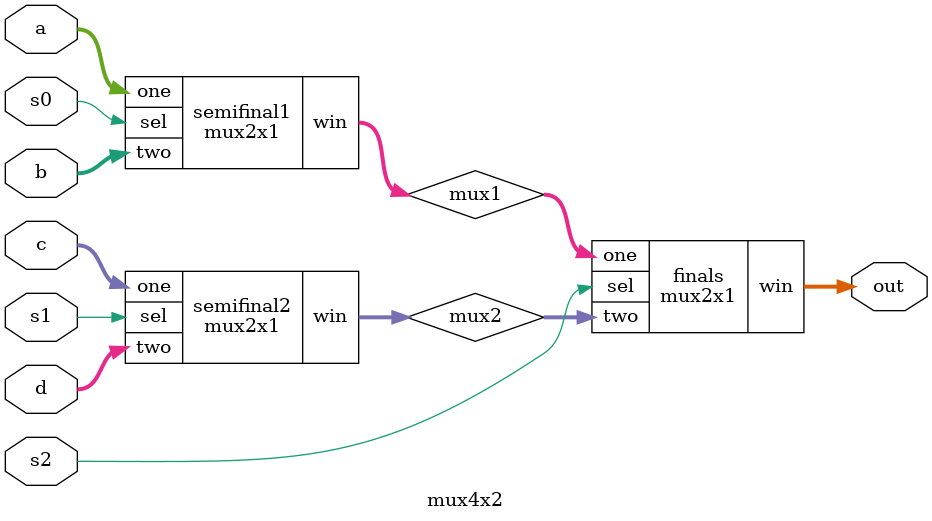
<source format=v>
module mux2x1(win,one,two,sel);
	input [1:0]one;
	input [1:0]two;
	input sel;
	output [1:0]win;
	assign win=(sel)?two:one;
endmodule

module mux4x2(out,a,b,c,d,s2,s1,s0);
	input [1:0]a;
	input[1:0]b;
	input [1:0]c;
	input[1:0]d;
	input s2;
	input s1;
	input s0;
	output [1:0]out;
	wire [1:0]mux1;
	wire [1:0]mux2;
	mux2x1 semifinal1(mux1,a,b,s0);
	mux2x1 semifinal2(mux2,c,d,s1);
	mux2x1 finals(out,mux1,mux2,s2);
endmodule
</source>
